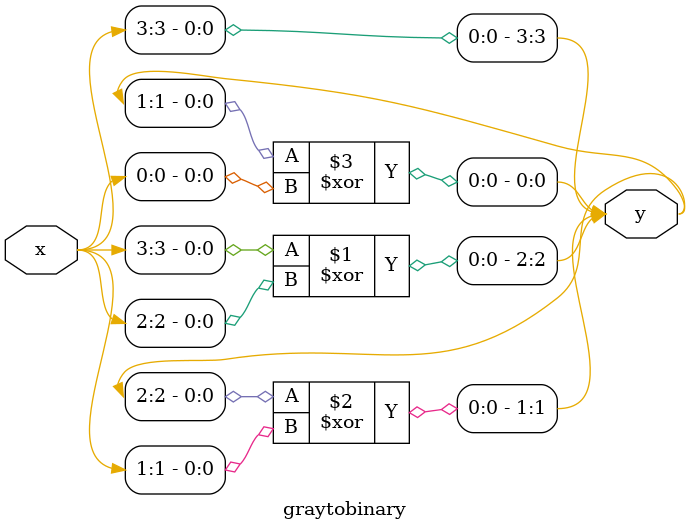
<source format=v>
module binarytogray(
    input [3:0] x,
    output [3:0] y
);
    assign y[3]= x[3];
    assign y[2]= x[3] ^ x[2];
    assign y[1]= x[2] ^ x[1];
    assign y[0]= x[1] ^ x[0];
endmodule

module graytobinary(
    input [3:0] x, 
    output [3:0] y
);
    assign y[3]= x[3];
    assign y[2]= y[3] ^ x[2];
    assign y[1]= y[2] ^ x[1];
    assign y[0]= y[1] ^ x[0];
endmodule

</source>
